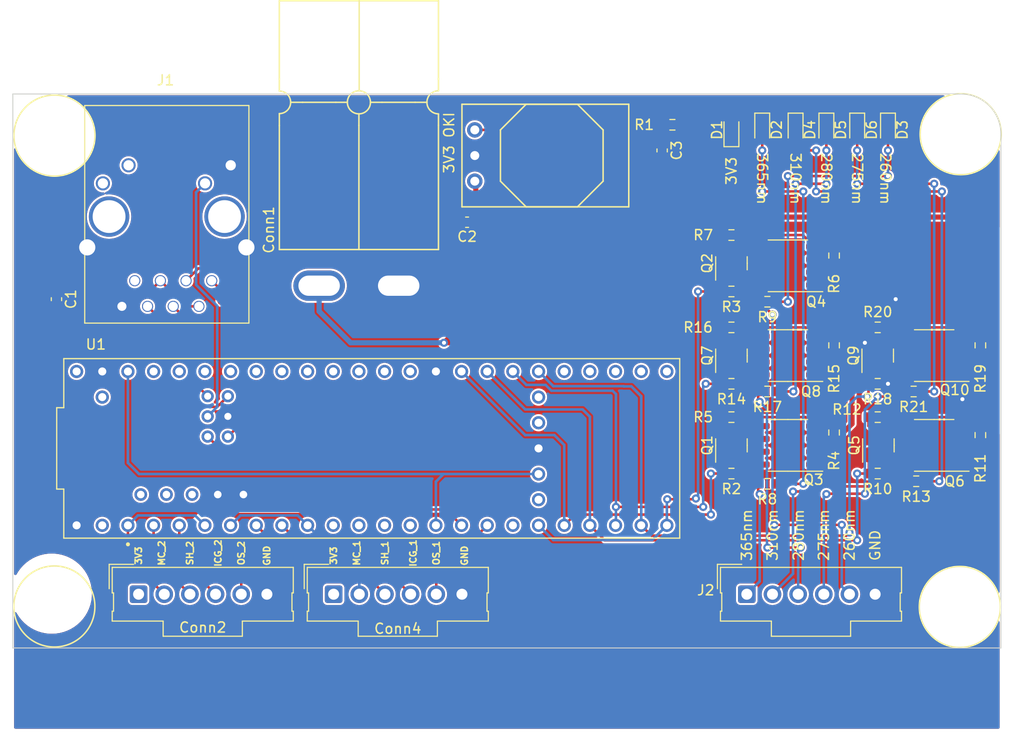
<source format=kicad_pcb>
(kicad_pcb (version 20211014) (generator pcbnew)
  (layers (0 "F.Cu" signal) (31 "B.Cu" signal) (34 "B.Paste" user) (35 "F.Paste" user) (36 "B.SilkS" user "B.Silkscreen") (37 "F.SilkS" user "F.Silkscreen") (38 "B.Mask" user) (39 "F.Mask" user) (44 "Edge.Cuts" user))
  (net 0 "")
  (net 1 "Net-(C1-Pad1)")
  (net 2 "GND")
  (net 3 "+12V")
  (net 4 "+3.3V")
  (net 5 "+3V3")
  (net 6 "CCD_MC")
  (net 7 "CCD_SH")
  (net 8 "CCD_ICG")
  (net 9 "CCD_OS")
  (net 10 "365_CTRL")
  (net 11 "310_CTRL")
  (net 12 "280_CTRL")
  (net 13 "275_CTRL")
  (net 14 "260_CTRL")
  (net 15 "CCD_MC_1")
  (net 16 " CCD_SH_1")
  (net 17 "CCD_ICG_1")
  (net 18 "CCD_OS_1")
  (net 19 "Net-(D1-Pad2)")
  (net 24 "Net-(U1-Pad3.3V_1)")
  (net 42 "Net-(D2-Pad2)")
  (net 43 "Net-(D3-Pad2)")
  (net 44 "Net-(D4-Pad2)")
  (net 45 "Net-(D5-Pad2)")
  (net 46 "Net-(D6-Pad2)")
  (net 56 "+5V")
  (net 58 "T+")
  (net 59 "T-")
  (net 60 "R+")
  (net 61 "R-")
  (net 62 "ETH_LED")
  (net 63 "365nm")
  (net 64 "310nm")
  (net 65 "280nm")
  (net 66 "275nm")
  (net 67 "260nm")
  (net 68 "Net-(Q1-Pad3)")
  (net 69 "Net-(Q2-Pad3)")
  (net 70 "Net-(Q3-Pad4)")
  (net 71 "Net-(Q4-Pad4)")
  (net 72 "Net-(Q5-Pad3)")
  (net 73 "Net-(Q6-Pad4)")
  (net 74 "Net-(Q7-Pad3)")
  (net 75 "Net-(Q8-Pad4)")
  (net 76 "Net-(Q9-Pad3)")
  (net 77 "Net-(Q10-Pad4)")
  (footprint "Resistor_SMD:R_0603_1608Metric_Pad0.98x0.95mm_HandSolder" (layer "F.Cu") (at 179.07 79.756 180)
    (fp_text reference "R5")
    (fp_text value "10k")
  )
  (footprint "Package_TO_SOT_SMD:SOT-23" (layer "F.Cu") (at 179.07 73.66 90)
    (fp_text reference "Q7")
    (fp_text value "BSS138")
  )
  (footprint "LED_SMD:LED_0603_1608Metric_Pad1.05x0.95mm_HandSolder" (layer "F.Cu") (at 185.42 51.308 -90)
    (fp_text reference "D4")
    (fp_text value "Green")
  )
  (footprint "Package_SO:SOP-8_3.9x4.9mm_P1.27mm" (layer "F.Cu") (at 199.136 82.55 180)
    (fp_text reference "Q6")
    (fp_text value "IRF7606PBF")
  )
  (footprint "Package_TO_SOT_SMD:SOT-23" (layer "F.Cu") (at 179.07 82.55 90)
    (fp_text reference "Q1")
    (fp_text value "BSS138")
  )
  (footprint "Resistor_SMD:R_0603_1608Metric_Pad0.98x0.95mm_HandSolder" (layer "F.Cu") (at 197.104 77.216)
    (fp_text reference "R21")
    (fp_text value "1k")
  )
  (footprint "MRDT_Drill_Holes:4_40_Hole_Corner" (layer "F.Cu") (at 197.66788 94.54388 -90)
    (fp_text reference "H2" hide)
    (fp_text value "MountingHole" hide)
  )
  (footprint "Resistor_SMD:R_0603_1608Metric_Pad0.98x0.95mm_HandSolder" (layer "F.Cu") (at 189.23 72.644 90)
    (fp_text reference "R15")
    (fp_text value "10k")
  )
  (footprint "LED_SMD:LED_0603_1608Metric_Pad1.05x0.95mm_HandSolder" (layer "F.Cu") (at 194.564 51.308 -90)
    (fp_text reference "D3")
    (fp_text value "Green")
  )
  (footprint "LED_SMD:LED_0603_1608Metric_Pad1.05x0.95mm_HandSolder" (layer "F.Cu") (at 188.468 51.308 -90)
    (fp_text reference "D5")
    (fp_text value "Green")
  )
  (footprint "Package_TO_SOT_SMD:SOT-23" (layer "F.Cu") (at 193.548 73.66 90)
    (fp_text reference "Q9")
    (fp_text value "BSS138")
  )
  (footprint "Package_SO:SOP-8_3.9x4.9mm_P1.27mm" (layer "F.Cu") (at 184.658 73.66 180)
    (fp_text reference "Q8")
    (fp_text value "IRF7606PBF")
  )
  (footprint "Resistor_SMD:R_0603_1608Metric_Pad0.98x0.95mm_HandSolder" (layer "F.Cu") (at 179.07 85.344)
    (fp_text reference "R2")
    (fp_text value "4.7k")
  )
  (footprint "Resistor_SMD:R_0603_1608Metric_Pad0.98x0.95mm_HandSolder" (layer "F.Cu") (at 179.07 76.454)
    (fp_text reference "R14")
    (fp_text value "4.7k")
  )
  (footprint "Resistor_SMD:R_0603_1608Metric_Pad0.98x0.95mm_HandSolder" (layer "F.Cu") (at 197.358 86.106)
    (fp_text reference "R13")
    (fp_text value "1k")
  )
  (footprint "Resistor_SMD:R_0603_1608Metric_Pad0.98x0.95mm_HandSolder" (layer "F.Cu") (at 193.548 79.756 180)
    (fp_text reference "R12")
    (fp_text value "10k")
  )
  (footprint "MRDT_Devices:OKI_Horizontal" (layer "F.Cu") (at 153.67 56.388 90)
    (fp_text reference "U2" hide)
    (fp_text value "3V3 OKI")
  )
  (footprint "MRDT_Connectors:Square_Anderson_2_H_Side_By_Side" (layer "F.Cu") (at 146.689 67.1118 -90)
    (fp_text reference "Conn1")
    (fp_text value "AndersonPP")
  )
  (footprint "Resistor_SMD:R_0603_1608Metric_Pad0.98x0.95mm_HandSolder" (layer "F.Cu") (at 193.548 85.344)
    (fp_text reference "R10")
    (fp_text value "4.7k")
  )
  (footprint "MRDT_Drill_Holes:4_40_Hole_Corner" (layer "F.Cu") (at 197.7503 55.7417)
    (fp_text reference "H1" hide)
    (fp_text value "MountingHole" hide)
  )
  (footprint "Resistor_SMD:R_0603_1608Metric_Pad0.98x0.95mm_HandSolder" (layer "F.Cu") (at 203.708 72.644 90)
    (fp_text reference "R19")
    (fp_text value "10k")
  )
  (footprint "MRDT_Shields:Teensy_4_1" (layer "F.Cu") (at 143.472 82.851)
    (fp_text reference "U1")
    (fp_text value "Teensy4.1_DEV-16771")
  )
  (footprint "Connector_Molex:Molex_SL_171971-0006_1x06_P2.54mm_Vertical" (layer "F.Cu") (at 120.396 97.294)
    (fp_text reference "Conn2")
    (fp_text value "Molex_SL_06")
  )
  (footprint "LED_SMD:LED_0603_1608Metric_Pad1.05x0.95mm_HandSolder" (layer "F.Cu") (at 179.07 51.308 90)
    (fp_text reference "D1")
    (fp_text value "LED")
  )
  (footprint "MRDT_Connectors:RJ45_Teensy" (layer "F.Cu") (at 123.065 46.8925 180)
    (fp_text reference "J1")
    (fp_text value "RJ45_LED_Shielded")
  )
  (footprint "LED_SMD:LED_0603_1608Metric_Pad1.05x0.95mm_HandSolder" (layer "F.Cu") (at 182.118 51.308 -90)
    (fp_text reference "D2")
    (fp_text value "Green")
  )
  (footprint "Resistor_SMD:R_0603_1608Metric_Pad0.98x0.95mm_HandSolder" (layer "F.Cu") (at 182.626 68.326)
    (fp_text reference "R9")
    (fp_text value "1k")
  )
  (footprint "Resistor_SMD:R_0603_1608Metric_Pad0.98x0.95mm_HandSolder" (layer "F.Cu") (at 179.07 61.722 180)
    (fp_text reference "R7")
    (fp_text value "10k")
  )
  (footprint "Package_SO:SOP-8_3.9x4.9mm_P1.27mm" (layer "F.Cu") (at 199.136 73.66 180)
    (fp_text reference "Q10")
    (fp_text value "IRF7606PBF")
  )
  (footprint "Resistor_SMD:R_0603_1608Metric_Pad0.98x0.95mm_HandSolder" (layer "F.Cu") (at 189.23 81.28 90)
    (fp_text reference "R4")
    (fp_text value "10k")
  )
  (footprint "Package_SO:SOP-8_3.9x4.9mm_P1.27mm" (layer "F.Cu") (at 184.658 64.77 180)
    (fp_text reference "Q4")
    (fp_text value "IRF7606PBF")
  )
  (footprint "Package_TO_SOT_SMD:SOT-23" (layer "F.Cu") (at 179.07 64.516 90)
    (fp_text reference "Q2")
    (fp_text value "BSS138")
  )
  (footprint "MRDT_Drill_Holes:4_40_Hole_Corner" (layer "F.Cu") (at 116.078 55.88 90)
    (fp_text reference "H4" hide)
    (fp_text value "MountingHole" hide)
  )
  (footprint "Resistor_SMD:R_0603_1608Metric_Pad0.98x0.95mm_HandSolder" (layer "F.Cu") (at 179.07 67.31)
    (fp_text reference "R3")
    (fp_text value "4.7k")
  )
  (footprint "Connector_Molex:Molex_SL_171971-0006_1x06_P2.54mm_Vertical" (layer "F.Cu") (at 180.594 97.294)
    (fp_text reference "J2")
    (fp_text value "Conn_01x06_Female")
  )
  (footprint "Package_SO:SOP-8_3.9x4.9mm_P1.27mm" (layer "F.Cu") (at 184.658 82.55 180)
    (fp_text reference "Q3")
    (fp_text value "IRF7606PBF")
  )
  (footprint "Resistor_SMD:R_0603_1608Metric_Pad0.98x0.95mm_HandSolder" (layer "F.Cu") (at 193.548 76.454)
    (fp_text reference "R18")
    (fp_text value "4.7k")
  )
  (footprint "Resistor_SMD:R_0603_1608Metric_Pad0.98x0.95mm_HandSolder" (layer "F.Cu") (at 179.07 70.866 180)
    (fp_text reference "R16")
    (fp_text value "10k")
  )
  (footprint "Resistor_SMD:R_0603_1608Metric_Pad0.98x0.95mm_HandSolder" (layer "F.Cu") (at 182.626 86.36)
    (fp_text reference "R8")
    (fp_text value "1k")
  )
  (footprint "Resistor_SMD:R_0603_1608Metric_Pad0.98x0.95mm_HandSolder" (layer "F.Cu") (at 193.548 70.866 180)
    (fp_text reference "R20")
    (fp_text value "10k")
  )
  (footprint "MRDT_Drill_Holes:4_40_Hole_Corner" (layer "F.Cu") (at 116.0667 94.4993 180)
    (fp_text reference "H3" hide)
    (fp_text value "MountingHole" hide)
  )
  (footprint "Capacitor_SMD:C_0603_1608Metric_Pad1.08x0.95mm_HandSolder" (layer "F.Cu") (at 152.908 60.452 180)
    (fp_text reference "C2")
    (fp_text value "10uF")
  )
  (footprint "Resistor_SMD:R_0603_1608Metric_Pad0.98x0.95mm_HandSolder" (layer "F.Cu") (at 182.626 77.216)
    (fp_text reference "R17")
    (fp_text value "1k")
  )
  (footprint "Capacitor_SMD:C_0603_1608Metric_Pad1.08x0.95mm_HandSolder" (layer "F.Cu") (at 112.268 68.072 -90)
    (fp_text reference "C1")
    (fp_text value "0.1uF")
  )
  (footprint "Connector_Molex:Molex_SL_171971-0006_1x06_P2.54mm_Vertical" (layer "F.Cu") (at 139.7 97.294)
    (fp_text reference "Conn4")
    (fp_text value "Molex_SL_06")
  )
  (footprint "Capacitor_SMD:C_0603_1608Metric_Pad1.08x0.95mm_HandSolder" (layer "F.Cu") (at 172.212 53.34 -90)
    (fp_text reference "C3")
    (fp_text value "10uF")
  )
  (footprint "Package_TO_SOT_SMD:SOT-23" (layer "F.Cu") (at 193.614 82.55 90)
    (fp_text reference "Q5")
    (fp_text value "BSS138")
  )
  (footprint "Resistor_SMD:R_0603_1608Metric_Pad0.98x0.95mm_HandSolder" (layer "F.Cu") (at 203.708 81.534 90)
    (fp_text reference "R11")
    (fp_text value "10k")
  )
  (footprint "Resistor_SMD:R_0603_1608Metric_Pad0.98x0.95mm_HandSolder" (layer "F.Cu") (at 189.23 63.754 90)
    (fp_text reference "R6")
    (fp_text value "10k")
  )
  (footprint "LED_SMD:LED_0603_1608Metric_Pad1.05x0.95mm_HandSolder" (layer "F.Cu") (at 191.516 51.308 -90)
    (fp_text reference "D6")
    (fp_text value "Green")
  )
  (footprint "Resistor_SMD:R_0603_1608Metric_Pad0.98x0.95mm_HandSolder" (layer "F.Cu") (at 173.228 50.8 180)
    (fp_text reference "R1")
    (fp_text value "100")
  )
  (gr_line (start 201.676 47.752) (end 107.95 47.752) (layer "Edge.Cuts") (width 0.1))
  (gr_arc (start 201.676 47.752001) (mid 204.588327 48.903673) (end 205.739999 51.816) (layer "Edge.Cuts") (width 0.1))
  (gr_line (start 107.95 102.616) (end 205.74 102.616) (layer "Edge.Cuts") (width 0.1))
  (gr_line (start 205.74 102.616) (end 205.74 51.816) (layer "Edge.Cuts") (width 0.1))
  (gr_line (start 107.95 47.752) (end 107.95 102.616) (layer "Edge.Cuts") (width 0.1))
  (gr_text "280nm" (at 185.7248 91.44 90) (layer "F.SilkS") (effects (font (size 1 1))))
  (gr_text "3V3" (at 120.396 93.472 90) (layer "F.SilkS") (effects (font (size 0.635 0.635))))
  (gr_text "ICG_1" (at 147.574 93.218 90) (layer "F.SilkS") (effects (font (size 0.635 0.635))))
  (gr_text "SH_1" (at 144.78 93.218 90) (layer "F.SilkS") (effects (font (size 0.635 0.635))))
  (gr_text "365nm" (at 180.594 91.44 90) (layer "F.SilkS") (effects (font (size 1 1))))
  (gr_text "275nm" (at 188.214 91.44 90) (layer "F.SilkS") (effects (font (size 1 1))))
  (gr_text "OS_2" (at 130.556 93.218 90) (layer "F.SilkS") (effects (font (size 0.635 0.635))))
  (gr_text "MC_1" (at 141.986 93.218 90) (layer "F.SilkS") (effects (font (size 0.635 0.635))))
  (gr_text "GND" (at 152.654 93.472 90) (layer "F.SilkS") (effects (font (size 0.635 0.635))))
  (gr_text "3V3" (at 139.7 93.472 90) (layer "F.SilkS") (effects (font (size 0.635 0.635))))
  (gr_text "GND" (at 133.096 93.472 90) (layer "F.SilkS") (effects (font (size 0.635 0.635))))
  (gr_text "310nm" (at 183.134 91.44 90) (layer "F.SilkS") (effects (font (size 1 1))))
  (gr_text "OS_1" (at 149.86 93.218 90) (layer "F.SilkS") (effects (font (size 0.635 0.635))))
  (gr_text "260nm" (at 190.754 91.44 90) (layer "F.SilkS") (effects (font (size 1 1))))
  (gr_text "SH_2" (at 125.476 93.218 90) (layer "F.SilkS") (effects (font (size 0.635 0.635))))
  (gr_text "GND" (at 193.294 92.456 90) (layer "F.SilkS") (effects (font (size 1 1))))
  (gr_text "MC_2" (at 122.682 93.218 90) (layer "F.SilkS") (effects (font (size 0.635 0.635))))
  (gr_text "ICG_2" (at 128.27 93.218 90) (layer "F.SilkS") (effects (font (size 0.635 0.635))))
  (segment (start 125.095 68.7825) (end 126.365 68.7825) (width 0.254) (layer "F.Cu") (net 1))
  (segment (start 121.588 67.2095) (end 122.555 66.2425) (width 0.254) (layer "F.Cu") (net 1))
  (segment (start 122.555 66.2425) (end 125.095 68.7825) (width 0.254) (layer "F.Cu") (net 1))
  (segment (start 112.268 67.2095) (end 121.588 67.2095) (width 0.254) (layer "F.Cu") (net 1))
  (via (at 195.326 68.072) (size 0.8) (drill 0.4) (layers "F.Cu" "B.Cu") (net 2))
  (via (at 194.564 76.454) (size 0.8) (drill 0.4) (layers "F.Cu" "B.Cu") (net 2))
  (via (at 201.93 77.978) (size 0.8) (drill 0.4) (layers "F.Cu" "B.Cu") (net 2))
  (via (at 192.278 72.39) (size 0.8) (drill 0.4) (layers "F.Cu" "B.Cu") (net 2))
  (segment (start 187.283 73.025) (end 187.283 74.295) (width 0.508) (layer "F.Cu") (net 3))
  (segment (start 204.978 61.214) (end 204.978 72.2865) (width 0.508) (layer "F.Cu") (net 3))
  (segment (start 150.622 72.39) (end 153.7705 69.2415) (width 0.508) (layer "F.Cu") (net 3))
  (segment (start 202.2925 82.4465) (end 201.761 81.915) (width 0.508) (layer "F.Cu") (net 3))
  (segment (start 191.008 62.8885) (end 191.008 71.7785) (width 0.508) (layer "F.Cu") (net 3))
  (segment (start 203.708 73.5565) (end 202.2925 73.5565) (width 0.508) (layer "F.Cu") (net 3))
  (segment (start 203.708 59.944) (end 204.978 61.214) (width 0.508) (layer "F.Cu") (net 3))
  (segment (start 189.23 82.1925) (end 187.5605 82.1925) (width 0.508) (layer "F.Cu") (net 3))
  (segment (start 191.008 71.7785) (end 191.008 80.4145) (width 0.508) (layer "F.Cu") (net 3))
  (segment (start 189.23 73.5565) (end 187.8145 73.5565) (width 0.508) (layer "F.Cu") (net 3))
  (segment (start 187.283 74.295) (end 187.283 75.565) (width 0.508) (layer "F.Cu") (net 3))
  (segment (start 201.761 74.295) (end 201.761 75.565) (width 0.508) (layer "F.Cu") (net 3))
  (segment (start 187.283 81.915) (end 187.283 83.185) (width 0.508) (layer "F.Cu") (net 3))
  (segment (start 153.7705 60.452) (end 153.7705 56.4885) (width 0.508) (layer "F.Cu") (net 3))
  (segment (start 191.008 71.7785) (end 189.23 73.5565) (width 0.508) (layer "F.Cu") (net 3))
  (segment (start 189.23 64.6665) (end 187.8145 64.6665) (width 0.508) (layer "F.Cu") (net 3))
  (segment (start 189.738 59.944) (end 191.008 61.214) (width 0.508) (layer "F.Cu") (net 3))
  (segment (start 150.622 72.39) (end 164.846 72.39) (width 0.508) (layer "F.Cu") (net 3))
  (segment (start 187.283 65.405) (end 187.283 66.675) (width 0.508) (layer "F.Cu") (net 3))
  (segment (start 191.008 62.8885) (end 189.23 64.6665) (width 0.508) (layer "F.Cu") (net 3))
  (segment (start 187.5605 82.1925) (end 187.283 81.915) (width 0.508) (layer "F.Cu") (net 3))
  (segment (start 201.761 83.185) (end 201.761 84.455) (width 0.508) (layer "F.Cu") (net 3))
  (segment (start 191.008 61.214) (end 191.008 62.8885) (width 0.508) (layer "F.Cu") (net 3))
  (segment (start 177.292 59.944) (end 189.738 59.944) (width 0.508) (layer "F.Cu") (net 3))
  (segment (start 204.978 81.1765) (end 203.708 82.4465) (width 0.508) (layer "F.Cu") (net 3))
  (segment (start 187.8145 64.6665) (end 187.283 64.135) (width 0.508) (layer "F.Cu") (net 3))
  (segment (start 204.978 72.2865) (end 203.708 73.5565) (width 0.508) (layer "F.Cu") (net 3))
  (segment (start 153.7705 56.4885) (end 153.67 56.388) (width 0.508) (layer "F.Cu") (net 3))
  (segment (start 191.008 80.4145) (end 189.23 82.1925) (width 0.508) (layer "F.Cu") (net 3))
  (segment (start 189.738 59.944) (end 203.708 59.944) (width 0.508) (layer "F.Cu") (net 3))
  (segment (start 176.276 60.96) (end 177.292 59.944) (width 0.508) (layer "F.Cu") (net 3))
  (segment (start 202.2925 73.5565) (end 201.761 73.025) (width 0.508) (layer "F.Cu") (net 3))
  (segment (start 187.8145 73.5565) (end 187.283 73.025) (width 0.508) (layer "F.Cu") (net 3))
  (segment (start 201.761 81.915) (end 201.761 83.185) (width 0.508) (layer "F.Cu") (net 3))
  (segment (start 153.7705 69.2415) (end 153.7705 60.452) (width 0.508) (layer "F.Cu") (net 3))
  (segment (start 201.761 73.025) (end 201.761 74.295) (width 0.508) (layer "F.Cu") (net 3))
  (segment (start 164.846 72.39) (end 176.276 60.96) (width 0.508) (layer "F.Cu") (net 3))
  (segment (start 187.283 64.135) (end 187.283 65.405) (width 0.508) (layer "F.Cu") (net 3))
  (segment (start 187.283 83.185) (end 187.283 84.455) (width 0.508) (layer "F.Cu") (net 3))
  (segment (start 203.708 82.4465) (end 202.2925 82.4465) (width 0.508) (layer "F.Cu") (net 3))
  (segment (start 204.978 72.2865) (end 204.978 81.1765) (width 0.508) (layer "F.Cu") (net 3))
  (via (at 150.622 72.39) (size 0.8) (drill 0.4) (layers "F.Cu" "B.Cu") (net 3))
  (segment (start 138.265 69.2772) (end 138.265 66.7372) (width 0.508) (layer "B.Cu") (net 3))
  (segment (start 141.3778 72.39) (end 148.59 72.39) (width 0.508) (layer "B.Cu") (net 3))
  (segment (start 148.59 72.39) (end 150.622 72.39) (width 0.508) (layer "B.Cu") (net 3))
  (segment (start 138.265 69.2772) (end 141.3778 72.39) (width 0.508) (layer "B.Cu") (net 3))
  (segment (start 171.8075 51.308) (end 172.3155 50.8) (width 0.254) (layer "F.Cu") (net 4))
  (segment (start 153.67 51.308) (end 171.8075 51.308) (width 0.254) (layer "F.Cu") (net 4))
  (segment (start 172.212 50.9035) (end 172.3155 50.8) (width 0.254) (layer "F.Cu") (net 4))
  (segment (start 172.212 52.4775) (end 172.212 50.9035) (width 0.254) (layer "F.Cu") (net 4))
  (segment (start 119.342 90.471) (end 119.342 93.7) (width 0.254) (layer "F.Cu") (net 6))
  (segment (start 119.342 93.7) (end 122.936 97.294) (width 0.254) (layer "F.Cu") (net 6))
  (segment (start 120.323 89.49) (end 125.981 89.49) (width 0.254) (layer "B.Cu") (net 6))
  (segment (start 125.981 89.49) (end 126.962 90.471) (width 0.254) (layer "B.Cu") (net 6))
  (segment (start 119.342 90.471) (end 120.323 89.49) (width 0.254) (layer "B.Cu") (net 6))
  (segment (start 121.882 93.688) (end 122.428 94.234) (width 0.254) (layer "F.Cu") (net 7))
  (segment (start 121.882 90.471) (end 121.882 93.688) (width 0.254) (layer "F.Cu") (net 7))
  (segment (start 122.428 94.246) (end 125.476 97.294) (width 0.254) (layer "F.Cu") (net 7))
  (segment (start 122.428 94.234) (end 122.428 94.246) (width 0.254) (layer "F.Cu") (net 7))
  (segment (start 124.422 90.471) (end 124.422 93.7) (width 0.254) (layer "F.Cu") (net 8))
  (segment (start 124.422 93.7) (end 128.016 97.294) (width 0.254) (layer "F.Cu") (net 8))
  (segment (start 130.556 96.012) (end 130.556 97.294) (width 0.254) (layer "F.Cu") (net 9))
  (segment (start 150.791 88.9) (end 129.794 88.9) (width 0.254) (layer "F.Cu") (net 9))
  (segment (start 128.27 90.315656) (end 128.27 93.726) (width 0.254) (layer "F.Cu") (net 9))
  (segment (start 129.685656 88.9) (end 128.27 90.315656) (width 0.254) (layer "F.Cu") (net 9))
  (segment (start 152.362 90.471) (end 150.791 88.9) (width 0.254) (layer "F.Cu") (net 9))
  (segment (start 128.27 93.726) (end 130.556 96.012) (width 0.254) (layer "F.Cu") (net 9))
  (segment (start 129.794 88.9) (end 129.685656 88.9) (width 0.254) (layer "F.Cu") (net 9))
  (segment (start 178.12 83.4875) (end 178.12 85.3065) (width 0.254) (layer "F.Cu") (net 10))
  (segment (start 177.038 89.408) (end 163.585 89.408) (width 0.254) (layer "F.Cu") (net 10))
  (segment (start 163.585 89.408) (end 162.522 90.471) (width 0.254) (layer "F.Cu") (net 10))
  (segment (start 178.12 85.3065) (end 178.1575 85.344) (width 0.254) (layer "F.Cu") (net 10))
  (segment (start 178.1575 85.344) (end 177.038 85.344) (width 0.254) (layer "F.Cu") (net 10))
  (via (at 177.038 85.344) (size 0.8) (drill 0.4) (layers "F.Cu" "B.Cu") (net 10))
  (via (at 177.038 89.408) (size 0.8) (drill 0.4) (layers "F.Cu" "B.Cu") (net 10))
  (segment (start 177.038 85.344) (end 177.038 89.408) (width 0.254) (layer "B.Cu") (net 10))
  (segment (start 162.522 82.512) (end 161.544 81.534) (width 0.254) (layer "B.Cu") (net 10))
  (segment (start 158.665 81.534) (end 152.362 75.231) (width 0.254) (layer "B.Cu") (net 10))
  (segment (start 162.522 90.471) (end 162.522 82.512) (width 0.254) (layer "B.Cu") (net 10))
  (segment (start 161.544 81.534) (end 158.665 81.534) (width 0.254) (layer "B.Cu") (net 10))
  (segment (start 166.539 91.948) (end 165.062 90.471) (width 0.254) (layer "F.Cu") (net 11))
  (segment (start 192.664 83.4875) (end 192.664 85.3155) (width 0.254) (layer "F.Cu") (net 11))
  (segment (start 191.516 91.948) (end 166.539 91.948) (width 0.254) (layer "F.Cu") (net 11))
  (segment (start 192.6355 85.344) (end 191.516 85.344) (width 0.254) (layer "F.Cu") (net 11))
  (segment (start 192.664 85.3155) (end 192.6355 85.344) (width 0.254) (layer "F.Cu") (net 11))
  (via (at 191.516 91.948) (size 0.8) (drill 0.4) (layers "F.Cu" "B.Cu") (net 11))
  (via (at 191.516 85.344) (size 0.8) (drill 0.4) (layers "F.Cu" "B.Cu") (net 11))
  (segment (start 165.062 90.471) (end 165.062 79.718) (width 0.254) (layer "B.Cu") (net 11))
  (segment (start 165.062 79.718) (end 164.338 78.994) (width 0.254) (layer "B.Cu") (net 11))
  (segment (start 158.665 78.994) (end 154.902 75.231) (width 0.254) (layer "B.Cu") (net 11))
  (segment (start 191.516 85.344) (end 191.516 91.948) (width 0.254) (layer "B.Cu") (net 11))
  (segment (start 164.338 78.994) (end 158.665 78.994) (width 0.254) (layer "B.Cu") (net 11))
  (segment (start 178.12 76.4165) (end 178.1575 76.454) (width 0.25) (layer "F.Cu") (net 12))
  (segment (start 176.276 88.646) (end 167.64 88.646) (width 0.25) (layer "F.Cu") (net 12))
  (segment (start 178.1575 76.454) (end 176.53 76.454) (width 0.25) (layer "F.Cu") (net 12))
  (segment (start 178.12 74.5975) (end 178.12 76.4165) (width 0.25) (layer "F.Cu") (net 12))
  (via (at 167.64 88.646) (size 0.8) (drill 0.4) (layers "F.Cu" "B.Cu") (net 12))
  (via (at 176.276 88.646) (size 0.8) (drill 0.4) (layers "F.Cu" "B.Cu") (net 12))
  (via (at 176.53 76.454) (size 0.8) (drill 0.4) (layers "F.Cu" "B.Cu") (net 12))
  (segment (start 158.773112 76.562112) (end 157.442 75.231) (width 0.25) (layer "B.Cu") (net 12))
  (segment (start 160.673888 76.562112) (end 158.773112 76.562112) (width 0.25) (layer "B.Cu") (net 12))
  (segment (start 167.64 88.646) (end 167.64 90.433) (width 0.25) (layer "B.Cu") (net 12))
  (segment (start 176.276 76.708) (end 176.276 88.646) (width 0.25) (layer "B.Cu") (net 12))
  (segment (start 167.64 77.47) (end 167.310257 77.140257) (width 0.25) (layer "B.Cu") (net 12))
  (segment (start 176.53 76.454) (end 176.276 76.708) (width 0.25) (layer "B.Cu") (net 12))
  (segment (start 167.310257 77.140257) (end 161.252033 77.140257) (width 0.25) (layer "B.Cu") (net 12))
  (segment (start 167.64 90.433) (end 167.602 90.471) (width 0.25) (layer "B.Cu") (net 12))
  (segment (start 167.64 88.646) (end 167.64 77.47) (width 0.25) (layer "B.Cu") (net 12))
  (segment (start 161.252033 77.140257) (end 160.673888 76.562112) (width 0.25) (layer "B.Cu") (net 12))
  (segment (start 192.6355 77.6205) (end 192.532 77.724) (width 0.254) (layer "F.Cu") (net 13))
  (segment (start 190.446 91.494) (end 171.165 91.494) (width 0.254) (layer "F.Cu") (net 13))
  (segment (start 192.598 74.5975) (end 192.598 76.4165) (width 0.254) (layer "F.Cu") (net 13))
  (segment (start 192.6355 76.454) (end 192.6355 77.6205) (width 0.254) (layer "F.Cu") (net 13))
  (segment (start 192.598 76.4165) (end 192.6355 76.454) (width 0.254) (layer "F.Cu") (net 13))
  (segment (start 190.754 91.186) (end 190.446 91.494) (width 0.254) (layer "F.Cu") (net 13))
  (segment (start 171.165 91.494) (end 170.142 90.471) (width 0.254) (layer "F.Cu") (net 13))
  (via (at 190.754 91.186) (size 0.8) (drill 0.4) (layers "F.Cu" "B.Cu") (net 13))
  (via (at 192.532 77.724) (size 0.8) (drill 0.4) (layers "F.Cu" "B.Cu") (net 13))
  (segment (start 170.142 77.686) (end 169.164 76.708) (width 0.254) (layer "B.Cu") (net 13))
  (segment (start 168.399001 76.688257) (end 161.439257 76.688257) (width 0.254) (layer "B.Cu") (net 13))
  (segment (start 190.754 79.248) (end 190.754 91.186) (width 0.254) (layer "B.Cu") (net 13))
  (segment (start 161.439257 76.688257) (end 159.982 75.231) (width 0.254) (layer "B.Cu") (net 13))
  (segment (start 190.754 78.486) (end 190.754 79.248) (width 0.254) (layer "B.Cu") (net 13))
  (segment (start 169.164 76.708) (end 168.418744 76.708) (width 0.254) (layer "B.Cu") (net 13))
  (segment (start 191.516 77.724) (end 191.008 78.232) (width 0.254) (layer "B.Cu") (net 13))
  (segment (start 168.418744 76.708) (end 168.399001 76.688257) (width 0.254) (layer "B.Cu") (net 13))
  (segment (start 170.142 90.471) (end 170.142 77.686) (width 0.254) (layer "B.Cu") (net 13))
  (segment (start 191.008 78.232) (end 190.754 78.486) (width 0.254) (layer "B.Cu") (net 13))
  (segment (start 192.532 77.724) (end 191.516 77.724) (width 0.254) (layer "B.Cu") (net 13))
  (segment (start 178.12 65.4535) (end 178.12 67.2725) (width 0.25) (layer "F.Cu") (net 14))
  (segment (start 175.481864 87.884) (end 172.72 87.884) (width 0.25) (layer "F.Cu") (net 14))
  (segment (start 175.5515 87.814364) (end 175.481864 87.884) (width 0.25) (layer "F.Cu") (net 14))
  (segment (start 178.1575 67.31) (end 175.768 67.31) (width 0.25) (layer "F.Cu") (net 14))
  (segment (start 178.12 67.2725) (end 178.1575 67.31) (width 0.25) (layer "F.Cu") (net 14))
  (via (at 175.768 67.31) (size 0.8) (drill 0.4) (layers "F.Cu" "B.Cu") (net 14))
  (via (at 175.5515 87.814364) (size 0.8) (drill 0.4) (layers "F.Cu" "B.Cu") (net 14))
  (via (at 172.72 87.884) (size 0.8) (drill 0.4) (layers "F.Cu" "B.Cu") (net 14))
  (segment (start 172.682 87.922) (end 172.682 90.471) (width 0.25) (layer "B.Cu") (net 14))
  (segment (start 172.72 87.884) (end 172.682 87.922) (width 0.25) (layer "B.Cu") (net 14))
  (segment (start 159.982 90.471) (end 161.439257 91.928257) (width 0.254) (layer "B.Cu") (net 14))
  (segment (start 175.768 67.31) (end 175.768 87.597864) (width 0.25) (layer "B.Cu") (net 14))
  (segment (start 171.224743 91.928257) (end 172.682 90.471) (width 0.254) (layer "B.Cu") (net 14))
  (segment (start 175.768 87.597864) (end 175.5515 87.814364) (width 0.25) (layer "B.Cu") (net 14))
  (segment (start 161.439257 91.928257) (end 171.224743 91.928257) (width 0.254) (layer "B.Cu") (net 14))
  (segment (start 136.141 89.49) (end 137.122 90.471) (width 0.254) (layer "B.Cu") (net 15))
  (segment (start 130.483 89.49) (end 136.141 89.49) (width 0.254) (layer "B.Cu") (net 15))
  (segment (start 129.502 90.471) (end 130.483 89.49) (width 0.254) (layer "B.Cu") (net 15))
  (segment (start 142.24 95.589) (end 142.24 97.294) (width 0.254) (layer "B.Cu") (net 15))
  (segment (start 137.122 90.471) (end 142.24 95.589) (width 0.254) (layer "B.Cu") (net 15))
  (segment (start 132.042 90.471) (end 135.17 93.599) (width 0.254) (layer "F.Cu") (net 16))
  (segment (start 135.17 93.599) (end 141.085 93.599) (width 0.254) (layer "F.Cu") (net 16))
  (segment (start 141.085 93.599) (end 144.78 97.294) (width 0.254) (layer "F.Cu") (net 16))
  (segment (start 137.256 93.145) (end 143.171 93.145) (width 0.254) (layer "F.Cu") (net 17))
  (segment (start 134.582 90.471) (end 137.256 93.145) (width 0.254) (layer "F.Cu") (net 17))
  (segment (start 143.171 93.145) (end 147.32 97.294) (width 0.254) (layer "F.Cu") (net 17))
  (segment (start 149.86 94.996) (end 149.86 97.294) (width 0.254) (layer "F.Cu") (net 18))
  (segment (start 154.902 90.471) (end 152.155 93.218) (width 0.254) (layer "F.Cu") (net 18))
  (segment (start 152.155 93.218) (end 151.638 93.218) (width 0.254) (layer "F.Cu") (net 18))
  (segment (start 151.638 93.218) (end 149.86 94.996) (width 0.254) (layer "F.Cu") (net 18))
  (segment (start 178.703 50.8) (end 179.07 50.433) (width 0.254) (layer "F.Cu") (net 19))
  (segment (start 174.1405 50.8) (end 178.703 50.8) (width 0.254) (layer "F.Cu") (net 19))
  (segment (start 119.342 84.29) (end 119.342 75.231) (width 0.254) (layer "B.Cu") (net 24))
  (segment (start 149.822 86.144) (end 149.822 90.471) (width 0.254) (layer "B.Cu") (net 24))
  (segment (start 150.575 85.391) (end 149.822 86.144) (width 0.254) (layer "B.Cu") (net 24))
  (segment (start 120.443 85.391) (end 119.342 84.29) (width 0.254) (layer "B.Cu") (net 24))
  (segment (start 150.575 85.391) (end 120.443 85.391) (width 0.254) (layer "B.Cu") (net 24))
  (segment (start 159.982 85.391) (end 150.575 85.391) (width 0.254) (layer "B.Cu") (net 24))
  (segment (start 186.182 57.404) (end 182.118 57.404) (width 0.254) (layer "F.Cu") (net 42))
  (segment (start 182.118 53.34) (end 182.118 52.183) (width 0.254) (layer "F.Cu") (net 42))
  (segment (start 183.5385 86.36) (end 186.182 86.36) (width 0.25) (layer "F.Cu") (net 42))
  (via (at 182.118 57.404) (size 0.8) (drill 0.4) (layers "F.Cu" "B.Cu") (net 42))
  (via (at 182.118 53.34) (size 0.8) (drill 0.4) (layers "F.Cu" "B.Cu") (net 42))
  (via (at 186.182 57.404) (size 0.8) (drill 0.4) (layers "F.Cu" "B.Cu") (net 42))
  (via (at 186.182 86.36) (size 0.8) (drill 0.4) (layers "F.Cu" "B.Cu") (net 42))
  (segment (start 186.182 86.36) (end 186.182 57.404) (width 0.254) (layer "B.Cu") (net 42))
  (segment (start 182.118 57.404) (end 182.118 53.34) (width 0.254) (layer "B.Cu") (net 42))
  (segment (start 183.5385 68.326) (end 184.658 68.326) (width 0.25) (layer "F.Cu") (net 43))
  (segment (start 194.564 53.34) (end 194.564 52.183) (width 0.254) (layer "F.Cu") (net 43))
  (segment (start 184.658 55.88) (end 194.564 55.88) (width 0.254) (layer "F.Cu") (net 43))
  (via (at 194.564 55.88) (size 0.8) (drill 0.4) (layers "F.Cu" "B.Cu") (net 43))
  (via (at 194.564 53.34) (size 0.8) (drill 0.4) (layers "F.Cu" "B.Cu") (net 43))
  (via (at 184.658 68.326) (size 0.8) (drill 0.4) (layers "F.Cu" "B.Cu") (net 43))
  (via (at 184.658 55.88) (size 0.8) (drill 0.4) (layers "F.Cu" "B.Cu") (net 43))
  (segment (start 194.564 55.88) (end 194.564 53.34) (width 0.254) (layer "B.Cu") (net 43))
  (segment (start 184.658 68.326) (end 184.658 58.674) (width 0.254) (layer "B.Cu") (net 43))
  (segment (start 184.658 58.674) (end 184.658 55.88) (width 0.254) (layer "B.Cu") (net 43))
  (segment (start 185.928 53.34) (end 185.42 52.832) (width 0.254) (layer "F.Cu") (net 44))
  (segment (start 198.2705 86.106) (end 199.644 86.106) (width 0.254) (layer "F.Cu") (net 44))
  (segment (start 185.42 52.832) (end 185.42 52.183) (width 0.254) (layer "F.Cu") (net 44))
  (segment (start 187.452 53.34) (end 185.928 53.34) (width 0.254) (layer "F.Cu") (net 44))
  (segment (start 199.898 57.404) (end 187.452 57.404) (width 0.254) (layer "F.Cu") (net 44))
  (via (at 199.898 57.404) (size 0.8) (drill 0.4) (layers "F.Cu" "B.Cu") (net 44))
  (via (at 187.452 57.404) (size 0.8) (drill 0.4) (layers "F.Cu" "B.Cu") (net 44))
  (via (at 187.452 53.34) (size 0.8) (drill 0.4) (layers "F.Cu" "B.Cu") (net 44))
  (via (at 199.644 86.106) (size 0.8) (drill 0.4) (layers "F.Cu" "B.Cu") (net 44))
  (segment (start 187.452 57.404) (end 187.452 53.34) (width 0.254) (layer "B.Cu") (net 44))
  (segment (start 199.644 86.106) (end 199.898 85.852) (width 0.254) (layer "B.Cu") (net 44))
  (segment (start 199.898 85.852) (end 199.898 57.912) (width 0.254) (layer "B.Cu") (net 44))
  (segment (start 199.898 57.912) (end 199.898 57.404) (width 0.254) (layer "B.Cu") (net 44))
  (segment (start 183.5385 77.216) (end 185.2035 77.216) (width 0.25) (layer "F.Cu") (net 45))
  (segment (start 185.42 56.642) (end 188.468 56.642) (width 0.254) (layer "F.Cu") (net 45))
  (segment (start 188.468 53.34) (end 188.468 52.183) (width 0.254) (layer "F.Cu") (net 45))
  (via (at 188.468 56.642) (size 0.8) (drill 0.4) (layers "F.Cu" "B.Cu") (net 45))
  (via (at 188.468 53.34) (size 0.8) (drill 0.4) (layers "F.Cu" "B.Cu") (net 45))
  (via (at 185.2035 77.216) (size 0.8) (drill 0.4) (layers "F.Cu" "B.Cu") (net 45))
  (via (at 185.42 56.642) (size 0.8) (drill 0.4) (layers "F.Cu" "B.Cu") (net 45))
  (segment (start 185.2035 77.216) (end 185.42 76.9995) (width 0.25) (layer "B.Cu") (net 45))
  (segment (start 188.468 56.642) (end 188.468 53.34) (width 0.254) (layer "B.Cu") (net 45))
  (segment (start 185.42 57.912) (end 185.42 56.642) (width 0.254) (layer "B.Cu") (net 45))
  (segment (start 185.42 76.9995) (end 185.42 57.912) (width 0.254) (layer "B.Cu") (net 45))
  (segment (start 199.136 56.642) (end 191.516 56.642) (width 0.254) (layer "F.Cu") (net 46))
  (segment (start 191.516 53.34) (end 191.516 52.183) (width 0.254) (layer "F.Cu") (net 46))
  (segment (start 198.0165 77.216) (end 199.136 77.216) (width 0.254) (layer "F.Cu") (net 46))
  (via (at 199.136 56.642) (size 0.8) (drill 0.4) (layers "F.Cu" "B.Cu") (net 46))
  (via (at 191.516 53.34) (size 0.8) (drill 0.4) (layers "F.Cu" "B.Cu") (net 46))
  (via (at 191.516 56.642) (size 0.8) (drill 0.4) (layers "F.Cu" "B.Cu") (net 46))
  (via (at 199.136 77.216) (size 0.8) (drill 0.4) (layers "F.Cu" "B.Cu") (net 46))
  (segment (start 191.516 56.642) (end 191.516 53.34) (width 0.254) (layer "B.Cu") (net 46))
  (segment (start 199.136 77.216) (end 199.136 58.674) (width 0.254) (layer "B.Cu") (net 46))
  (segment (start 199.136 58.674) (end 199.136 56.642) (width 0.254) (layer "B.Cu") (net 46))
  (segment (start 128.269921 66.877422) (end 127.973872 66.581372) (width 0.254) (layer "F.Cu") (net 58))
  (segment (start 130.206 70.818) (end 130.256 70.818) (width 0.254) (layer "F.Cu") (net 58))
  (segment (start 130.256 73.868) (end 129.856 73.868) (width 0.254) (layer "F.Cu") (net 58))
  (segment (start 129.578074 67.690599) (end 129.578074 67.6906) (width 0.254) (layer "F.Cu") (net 58))
  (segment (start 128.729541 66.842066) (end 128.729541 66.842067) (width 0.254) (layer "F.Cu") (net 58))
  (segment (start 129.578074 67.6906) (end 128.83561 68.433059) (width 0.254) (layer "F.Cu") (net 58))
  (segment (start 129.966984 68.998749) (end 129.684142 69.281592) (width 0.254) (layer "F.Cu") (net 58))
  (segment (start 129.232 81.681) (end 130.556 80.357) (width 0.254) (layer "F.Cu") (net 58))
  (segment (start 128.729541 66.842067) (end 128.694185 66.877422) (width 0.254) (layer "F.Cu") (net 58))
  (segment (start 128.411347 68.008795) (end 129.153806 67.266331) (width 0.254) (layer "F.Cu") (net 58))
  (segment (start 129.259877 68.857326) (end 130.002339 68.114864) (width 0.254) (layer "F.Cu") (net 58))
  (segment (start 127.973872 66.581372) (end 127.635 66.2425) (width 0.254) (layer "F.Cu") (net 58))
  (segment (start 130.556 80.357) (end 130.556 74.168) (width 0.254) (layer "F.Cu") (net 58))
  (segment (start 130.556 71.768) (end 130.556 71.718) (width 0.254) (layer "F.Cu") (net 58))
  (segment (start 130.256 72.668) (end 129.856 72.668) (width 0.254) (layer "F.Cu") (net 58))
  (segment (start 129.259877 68.857327) (end 129.259877 68.857326) (width 0.254) (layer "F.Cu") (net 58))
  (segment (start 129.856 73.268) (end 130.256 73.268) (width 0.254) (layer "F.Cu") (net 58))
  (segment (start 128.411345 68.008794) (end 128.411347 68.008795) (width 0.254) (layer "F.Cu") (net 58))
  (segment (start 130.556 69.1635) (end 130.39125 68.99875) (width 0.254) (layer "F.Cu") (net 58))
  (segment (start 130.556 70.468) (end 130.556 69.1635) (width 0.254) (layer "F.Cu") (net 58))
  (segment (start 129.856 72.068) (end 130.256 72.068) (width 0.254) (layer "F.Cu") (net 58))
  (segment (start 129.966985 68.998749) (end 129.966984 68.998749) (width 0.254) (layer "F.Cu") (net 58))
  (segment (start 130.556 70.518) (end 130.556 70.468) (width 0.254) (layer "F.Cu") (net 58))
  (segment (start 130.256 71.418) (end 130.206 71.418) (width 0.254) (layer "F.Cu") (net 58))
  (arc (start 130.256 73.268) (mid 130.468132 73.180132) (end 130.556 72.968) (width 0.254) (layer "F.Cu") (net 58))
  (arc (start 130.256 70.818) (mid 130.468132 70.730132) (end 130.556 70.518) (width 0.254) (layer "F.Cu") (net 58))
  (arc (start 128.694185 66.877422) (mid 128.482053 66.96529) (end 128.269921 66.877422) (width 0.254) (layer "F.Cu") (net 58))
  (arc (start 130.556 72.968) (mid 130.468132 72.755868) (end 130.256 72.668) (width 0.254) (layer "F.Cu") (net 58))
  (arc (start 130.256 72.068) (mid 130.468132 71.980132) (end 130.556 71.768) (width 0.254) (layer "F.Cu") (net 58))
  (arc (start 129.259878 69.281592) (mid 129.172008 69.069459) (end 129.259877 68.857327) (width 0.254) (layer "F.Cu") (net 58))
  (arc (start 129.856 72.668) (mid 129.643868 72.580132) (end 129.556 72.368) (width 0.254) (layer "F.Cu") (net 58))
  (arc (start 128.83561 68.433059) (mid 128.623478 68.520927) (end 128.411346 68.433059) (width 0.254) (layer "F.Cu") (net 58))
  (arc (start 130.39125 68.99875) (mid 130.179117 68.91088) (end 129.966985 68.998749) (width 0.254) (layer "F.Cu") (net 58))
  (arc (start 130.556 71.718) (mid 130.468132 71.505868) (end 130.256 71.418) (width 0.254) (layer "F.Cu") (net 58))
  (arc (start 129.153806 67.266331) (mid 129.241674 67.054199) (end 129.153806 66.842067) (width 0.254) (layer "F.Cu") (net 58))
  (arc (start 129.153806 66.842067) (mid 128.941674 66.754198) (end 128.729541 66.842066) (width 0.254) (layer "F.Cu") (net 58))
  (arc (start 129.856 73.868) (mid 129.643868 73.780132) (end 129.556 73.568) (width 0.254) (layer "F.Cu") (net 58))
  (arc (start 130.002339 67.6906) (mid 129.790207 67.602731) (end 129.578074 67.690599) (width 0.254) (layer "F.Cu") (net 58))
  (arc (start 130.002339 68.114864) (mid 130.090207 67.902732) (end 130.002339 67.6906) (width 0.254) (layer "F.Cu") (net 58))
  (arc (start 129.684142 69.281592) (mid 129.47201 69.36946) (end 129.259878 69.281592) (width 0.254) (layer "F.Cu") (net 58))
  (arc (start 128.411346 68.433059) (mid 128.323478 68.220928) (end 128.411345 68.008794) (width 0.254) (layer "F.Cu") (net 58))
  (arc (start 129.906 71.118) (mid 129.993868 70.905868) (end 130.206 70.818) (width 0.254) (layer "F.Cu") (net 58))
  (arc (start 130.556 74.168) (mid 130.468132 73.955868) (end 130.256 73.868) (width 0.254) (layer "F.Cu") (net 58))
  (arc (start 130.206 71.418) (mid 129.993868 71.330132) (end 129.906 71.118) (width 0.254) (layer "F.Cu") (net 58))
  (arc (start 129.556 72.368) (mid 129.643868 72.155868) (end 129.856 72.068) (width 0.254) (layer "F.Cu") (net 58))
  (arc (start 129.556 73.568) (mid 129.643868 73.355868) (end 129.856 73.268) (width 0.254) (layer "F.Cu") (net 58))
  (segment (start 131.01 68.018) (end 131.01 82.096) (width 0.254) (layer "F.Cu") (net 59))
  (segment (start 126.3135 65.024) (end 128.016 65.024) (width 0.254) (layer "F.Cu") (net 59))
  (segment (start 130.302 82.804) (end 128.355 82.804) (width 0.254) (layer "F.Cu") (net 59))
  (segment (start 128.355 82.804) (end 127.232 81.681) (width 0.254) (layer "F.Cu") (net 59))
  (segment (start 128.016 65.024) (end 131.01 68.018) (width 0.254) (layer "F.Cu") (net 59))
  (segment (start 131.01 82.096) (end 130.302 82.804) (width 0.254) (layer "F.Cu") (net 59))
  (segment (start 125.095 66.2425) (end 126.3135 65.024) (width 0.254) (layer "F.Cu") (net 59))
  (segment (start 125.029129 72.667129) (end 125.729129 72.667129) (width 0.254) (layer "F.Cu") (net 60))
  (segment (start 126.429129 72.067129) (end 125.729129 72.067129) (width 0.254) (layer "F.Cu") (net 60))
  (segment (start 125.729129 70.686629) (end 123.825 68.7825) (width 0.254) (layer "F.Cu") (net 60))
  (segment (start 125.729129 72.067129) (end 125.029129 72.067129) (width 0.254) (layer "F.Cu") (net 60))
  (segment (start 127.232 77.681) (end 125.729129 76.178129) (width 0.254) (layer "F.Cu") (net 60))
  (segment (start 126.029129 73.867129) (end 126.429129 73.867129) (width 0.254) (layer "F.Cu") (net 60))
  (segment (start 125.029129 71.467129) (end 125.429129 71.467129) (width 0.254) (layer "F.Cu") (net 60))
  (segment (start 125.729129 70.686813) (end 125.729129 70.686629) (width 0.254) (layer "F.Cu") (net 60))
  (segment (start 125.729129 76.178129) (end 125.729129 74.167129) (width 0.254) (layer "F.Cu") (net 60))
  (segment (start 126.429129 73.267129) (end 126.029129 73.267129) (width 0.254) (layer "F.Cu") (net 60))
  (segment (start 125.729129 72.667129) (end 126.429129 72.667129) (width 0.254) (layer "F.Cu") (net 60))
  (segment (start 125.729129 71.167129) (end 125.729129 70.686813) (width 0.254) (layer "F.Cu") (net 60))
  (segment (start 126.029129 73.267129) (end 125.029129 73.267129) (width 0.254) (layer "F.Cu") (net 60))
  (arc (start 125.429129 71.467129) (mid 125.641261 71.379261) (end 125.729129 71.167129) (width 0.254) (layer "F.Cu") (net 60))
  (arc (start 126.429129 72.667129) (mid 126.641261 72.579261) (end 126.729129 72.367129) (width 0.254) (layer "F.Cu") (net 60))
  (arc (start 124.729129 72.967129) (mid 124.816997 72.754997) (end 125.029129 72.667129) (width 0.254) (layer "F.Cu") (net 60))
  (arc (start 125.029129 72.067129) (mid 124.816997 71.979261) (end 124.729129 71.767129) (width 0.254) (layer "F.Cu") (net 60))
  (arc (start 124.729129 71.767129) (mid 124.816997 71.554997) (end 125.029129 71.467129) (width 0.254) (layer "F.Cu") (net 60))
  (arc (start 126.429129 73.867129) (mid 126.641261 73.779261) (end 126.729129 73.567129) (width 0.254) (layer "F.Cu") (net 60))
  (arc (start 126.729129 72.367129) (mid 126.641261 72.154997) (end 126.429129 72.067129) (width 0.254) (layer "F.Cu") (net 60))
  (arc (start 125.729129 74.167129) (mid 125.816997 73.954997) (end 126.029129 73.867129) (width 0.254) (layer "F.Cu") (net 60))
  (arc (start 125.029129 73.267129) (mid 124.816997 73.179261) (end 124.729129 72.967129) (width 0.254) (layer "F.Cu") (net 60))
  (arc (start 126.729129 73.567129) (mid 126.641261 73.354997) (end 126.429129 73.267129) (width 0.254) (layer "F.Cu") (net 60))
  (segment (start 126.238 78.74) (end 123.19 75.692) (width 0.254) (layer "F.Cu") (net 61))
  (segment (start 123.19 71.952) (end 123.19 71.902) (width 0.254) (layer "F.Cu") (net 61))
  (segment (start 122.89 72.852) (end 122.44 72.852) (width 0.254) (layer "F.Cu") (net 61))
  (segment (start 123.19 71.902) (end 123.19 70.6875) (width 0.254) (layer "F.Cu") (net 61))
  (segment (start 128.173 78.74) (end 126.238 78.74) (width 0.254) (layer "F.Cu") (net 61))
  (segment (start 122.44 72.252) (end 122.89 72.252) (width 0.254) (layer "F.Cu") (net 61))
  (segment (start 123.19 75.692) (end 123.19 73.152) (width 0.254) (layer "F.Cu") (net 61))
  (segment (start 129.232 77.681) (end 128.173 78.74) (width 0.254) (layer "F.Cu") (net 61))
  (segment (start 123.19 70.6875) (end 121.285 68.7825) (width 0.254) (layer "F.Cu") (net 61))
  (arc (start 122.44 72.852) (mid 122.227868 72.764132) (end 122.14 72.552) (width 0.254) (layer "F.Cu") (net 61))
  (arc (start 122.14 72.552) (mid 122.227868 72.339868) (end 122.44 72.252) (width 0.254) (layer "F.Cu") (net 61))
  (arc (start 122.89 72.252) (mid 123.102132 72.164132) (end 123.19 71.952) (width 0.254) (layer "F.Cu") (net 61))
  (arc (start 123.19 73.152) (mid 123.102132 72.939868) (end 122.89 72.852) (width 0.254) (layer "F.Cu") (net 61))
  (segment (start 128.175582 68.739582) (end 126.086321 66.650321) (width 0.254) (layer "B.Cu") (net 62))
  (segment (start 126.086321 57.491179) (end 126.975 56.6025) (width 0.254) (layer "B.Cu") (net 62))
  (segment (start 128.175582 78.737418) (end 128.175582 68.739582) (width 0.254) (layer "B.Cu") (net 62))
  (segment (start 126.086321 66.650321) (end 126.086321 57.491179) (width 0.254) (layer "B.Cu") (net 62))
  (segment (start 127.232 79.681) (end 128.175582 78.737418) (width 0.254) (layer "B.Cu") (net 62))
  (segment (start 182.033 81.915) (end 182.033 83.185) (width 0.254) (layer "F.Cu") (net 63))
  (segment (start 181.7135 84.7745) (end 182.033 84.455) (width 0.254) (layer "F.Cu") (net 63))
  (segment (start 182.033 80.645) (end 182.033 81.915) (width 0.254) (layer "F.Cu") (net 63))
  (segment (start 181.7135 86.36) (end 181.7135 87.2255) (width 0.254) (layer "F.Cu") (net 63))
  (segment (start 182.033 83.185) (end 182.033 84.455) (width 0.254) (layer "F.Cu") (net 63))
  (segment (start 181.7135 86.36) (end 181.7135 84.7745) (width 0.254) (layer "F.Cu") (net 63))
  (segment (start 181.7135 87.2255) (end 181.864 87.376) (width 0.254) (layer "F.Cu") (net 63))
  (via (at 181.864 87.376) (size 0.8) (drill 0.4) (layers "F.Cu" "B.Cu") (net 63))
  (segment (start 181.864 96.024) (end 180.594 97.294) (width 0.254) (layer "B.Cu") (net 63))
  (segment (start 181.864 87.376) (end 181.864 96.024) (width 0.254) (layer "B.Cu") (net 63))
  (segment (start 186.448134 87.122) (end 185.166 87.122) (width 0.254) (layer "F.Cu") (net 64))
  (segment (start 186.483134 87.087) (end 186.448134 87.122) (width 0.254) (layer "F.Cu") (net 64))
  (segment (start 196.4455 84.5205) (end 196.511 84.455) (width 0.254) (layer "F.Cu") (net 64))
  (segment (start 196.4455 86.106) (end 196.4455 84.5205) (width 0.254) (layer "F.Cu") (net 64))
  (segment (start 196.511 83.185) (end 196.511 81.915) (width 0.254) (layer "F.Cu") (net 64))
  (segment (start 195.9375 86.614) (end 191.008 86.614) (width 0.254) (layer "F.Cu") (net 64))
  (segment (start 191.008 86.614) (end 186.956134 86.614) (width 0.254) (layer "F.Cu") (net 64))
  (segment (start 186.956134 86.614) (end 186.483134 87.087) (width 0.254) (layer "F.Cu") (net 64))
  (segment (start 196.4455 86.106) (end 195.9375 86.614) (width 0.254) (layer "F.Cu") (net 64))
  (segment (start 196.511 84.455) (end 196.511 83.185) (width 0.254) (layer "F.Cu") (net 64))
  (segment (start 196.511 81.915) (end 196.511 80.645) (width 0.254) (layer "F.Cu") (net 64))
  (via (at 185.166 87.122) (size 0.8) (drill 0.4) (layers "F.Cu" "B.Cu") (net 64))
  (segment (start 185.166 87.122) (end 185.039 87.249) (width 0.254) (layer "B.Cu") (net 64))
  (segment (start 185.166 95.262) (end 183.134 97.294) (width 0.254) (layer "B.Cu") (net 64))
  (segment (start 185.166 87.122) (end 185.166 95.262) (width 0.254) (layer "B.Cu") (net 64))
  (segment (start 181.7135 77.216) (end 181.7135 78.0815) (width 0.25) (layer "F.Cu") (net 65))
  (segment (start 181.7135 77.216) (end 181.7135 75.8845) (width 0.25) (layer "F.Cu") (net 65))
  (segment (start 182.033 71.755) (end 182.033 73.025) (width 0.25) (layer "F.Cu") (net 65))
  (segment (start 182.626 92.6745) (end 182.6615 92.71) (width 0.25) (layer "F.Cu") (net 65))
  (segment (start 182.033 74.295) (end 182.033 75.565) (width 0.25) (layer "F.Cu") (net 65))
  (segment (start 181.7135 78.0815) (end 181.864 78.232) (width 0.25) (layer "F.Cu") (net 65))
  (segment (start 182.033 73.025) (end 182.033 74.295) (width 0.25) (layer "F.Cu") (net 65))
  (segment (start 182.626 92.6745) (end 185.928 92.6745) (width 0.25) (layer "F.Cu") (net 65))
  (segment (start 181.7135 75.8845) (end 182.033 75.565) (width 0.25) (layer "F.Cu") (net 65))
  (via (at 181.864 78.232) (size 0.8) (drill 0.4) (layers "F.Cu" "B.Cu") (net 65))
  (via (at 185.928 92.6745) (size 0.8) (drill 0.4) (layers "F.Cu" "B.Cu") (net 65))
  (via (at 182.626 92.6745) (size 0.8) (drill 0.4) (layers "F.Cu" "B.Cu") (net 65))
  (segment (start 185.674 92.9285) (end 185.674 97.294) (width 0.25) (layer "B.Cu") (net 65))
  (segment (start 181.864 78.232) (end 182.589 78.957) (width 0.25) (layer "B.Cu") (net 65))
  (segment (start 182.589 87.376) (end 182.589 92.6375) (width 0.25) (layer "B.Cu") (net 65))
  (segment (start 182.589 92.6375) (end 182.626 92.6745) (width 0.25) (layer "B.Cu") (net 65))
  (segment (start 185.928 92.6745) (end 185.674 92.9285) (width 0.25) (layer "B.Cu") (net 65))
  (segment (start 182.589 78.957) (end 182.589 87.376) (width 0.25) (layer "B.Cu") (net 65))
  (segment (start 196.1915 77.216) (end 195.6835 77.724) (width 0.254) (layer "F.Cu") (net 66))
  (segment (start 196.511 74.295) (end 196.511 75.565) (width 0.254) (layer "F.Cu") (net 66))
  (segment (start 196.511 76.8965) (end 196.1915 77.216) (width 0.254) (layer "F.Cu") (net 66))
  (segment (start 196.511 73.025) (end 196.511 74.295) (width 0.254) (layer "F.Cu") (net 66))
  (segment (start 196.511 75.565) (end 196.511 76.8965) (width 0.254) (layer "F.Cu") (net 66))
  (segment (start 196.511 71.755) (end 196.511 73.025) (width 0.254) (layer "F.Cu") (net 66))
  (segment (start 192.278 87.3405) (end 188.5035 87.3405) (width 0.254) (layer "F.Cu") (net 66))
  (segment (start 188.5035 87.3405) (end 188.468 87.376) (width 0.254) (layer "F.Cu") (net 66))
  (segment (start 195.6835 77.724) (end 193.548 77.724) (width 0.254) (layer "F.Cu") (net 66))
  (via (at 192.278 87.3405) (size 0.8) (drill 0.4) (layers "F.Cu" "B.Cu") (net 66))
  (via (at 193.548 77.724) (size 0.8) (drill 0.4) (layers "F.Cu" "B.Cu") (net 66))
  (via (at 188.468 87.376) (size 0.8) (drill 0.4) (layers "F.Cu" "B.Cu") (net 66))
  (segment (start 188.214 87.63) (end 188.214 97.294) (width 0.254) (layer "B.Cu") (net 66))
  (segment (start 193.548 77.724) (end 193.548 77.736134) (width 0.254) (layer "B.Cu") (net 66))
  (segment (start 192.278 87.122) (end 192.278 87.3405) (width 0.254) (layer "B.Cu") (net 66))
  (segment (start 188.468 87.376) (end 188.214 87.63) (width 0.254) (layer "B.Cu") (net 66))
  (segment (start 192.278 79.006134) (end 192.278 87.122) (width 0.254) (layer "B.Cu") (net 66))
  (segment (start 193.548 77.736134) (end 192.278 79.006134) (width 0.254) (layer "B.Cu") (net 66))
  (segment (start 182.033 62.865) (end 182.033 64.135) (width 0.25) (layer "F.Cu") (net 67))
  (segment (start 183.3135 90.424) (end 189.992 90.424) (width 0.25) (layer "F.Cu") (net 67))
  (segment (start 182.033 64.135) (end 182.033 65.405) (width 0.25) (layer "F.Cu") (net 67))
  (segment (start 182.033 66.675) (end 182.033 68.0065) (width 0.25) (layer "F.Cu") (net 67))
  (segment (start 182.033 68.0065) (end 181.7135 68.326) (width 0.25) (layer "F.Cu") (net 67))
  (segment (start 182.033 65.405) (end 182.033 66.675) (width 0.25) (layer "F.Cu") (net 67))
  (segment (start 181.7135 68.326) (end 181.864 68.326) (width 0.25) (layer "F.Cu") (net 67))
  (segment (start 181.864 68.326) (end 183.134 69.596) (width 0.25) (layer "F.Cu") (net 67))
  (via (at 183.134 69.596) (size 0.8) (drill 0.4) (layers "F.Cu" "B.Cu") (net 67))
  (via (at 183.3135 90.424) (size 0.8) (drill 0.4) (layers "F.Cu" "B.Cu") (net 67))
  (via (at 189.992 90.424) (size 0.8) (drill 0.4) (layers "F.Cu" "B.Cu") (net 67))
  (segment (start 183.134 90.2445) (end 183.3135 90.424) (width 0.25) (layer "B.Cu") (net 67))
  (segment (start 183.134 69.596) (end 183.134 90.2445) (width 0.25) (layer "B.Cu") (net 67))
  (segment (start 189.992 96.532) (end 190.754 97.294) (width 0.25) (layer "B.Cu") (net 67))
  (segment (start 189.992 90.424) (end 189.992 96.532) (width 0.25) (layer "B.Cu") (net 67))
  (segment (start 178.1575 80.7) (end 179.07 81.6125) (width 0.254) (layer "F.Cu") (net 68))
  (segment (start 178.1575 79.756) (end 178.1575 80.7) (width 0.254) (layer "F.Cu") (net 68))
  (segment (start 178.1575 62.666) (end 179.07 63.5785) (width 0.25) (layer "F.Cu") (net 69))
  (segment (start 178.1575 61.722) (end 178.1575 62.666) (width 0.25) (layer "F.Cu") (net 69))
  (segment (start 187.283 80.645) (end 188.9525 80.645) (width 0.254) (layer "F.Cu") (net 70))
  (segment (start 179.9825 79.756) (end 186.394 79.756) (width 0.254) (layer "F.Cu") (net 70))
  (segment (start 186.394 79.756) (end 187.283 80.645) (width 0.254) (layer "F.Cu") (net 70))
  (segment (start 188.9525 80.645) (end 189.23 80.3675) (width 0.254) (layer "F.Cu") (net 70))
  (segment (start 189.2065 62.865) (end 189.23 62.8415) (width 0.25) (layer "F.Cu") (net 71))
  (segment (start 187.283 62.865) (end 189.2065 62.865) (width 0.25) (layer "F.Cu") (net 71))
  (segment (start 179.9825 61.722) (end 186.14 61.722) (width 0.25) (layer "F.Cu") (net 71))
  (segment (start 186.14 61.722) (end 187.283 62.865) (width 0.25) (layer "F.Cu") (net 71))
  (segment (start 192.6355 79.756) (end 192.6355 80.634) (width 0.254) (layer "F.Cu") (net 72))
  (segment (start 192.6355 80.634) (end 193.614 81.6125) (width 0.254) (layer "F.Cu") (net 72))
  (segment (start 200.872 79.756) (end 201.761 80.645) (width 0.254) (layer "F.Cu") (net 73))
  (segment (start 203.6845 80.645) (end 203.708 80.6215) (width 0.254) (layer "F.Cu") (net 73))
  (segment (start 201.761 80.645) (end 203.6845 80.645) (width 0.254) (layer "F.Cu") (net 73))
  (segment (start 194.4605 79.756) (end 200.872 79.756) (width 0.254) (layer "F.Cu") (net 73))
  (segment (start 179.07 71.7785) (end 178.1575 70.866) (width 0.25) (layer "F.Cu") (net 74))
  (segment (start 179.07 72.7225) (end 179.07 71.7785) (width 0.25) (layer "F.Cu") (net 74))
  (segment (start 186.394 70.866) (end 187.283 71.755) (width 0.25) (layer "F.Cu") (net 75))
  (segment (start 179.9825 70.866) (end 186.394 70.866) (width 0.25) (layer "F.Cu") (net 75))
  (segment (start 187.283 71.755) (end 189.2065 71.755) (width 0.25) (layer "F.Cu") (net 75))
  (segment (start 189.2065 71.755) (end 189.23 71.7315) (width 0.25) (layer "F.Cu") (net 75))
  (segment (start 193.548 71.7785) (end 192.6355 70.866) (width 0.254) (layer "F.Cu") (net 76))
  (segment (start 193.548 72.7225) (end 193.548 71.7785) (width 0.254) (layer "F.Cu") (net 76))
  (segment (start 201.761 71.755) (end 203.6845 71.755) (width 0.254) (layer "F.Cu") (net 77))
  (segment (start 203.6845 71.755) (end 203.708 71.7315) (width 0.254) (layer "F.Cu") (net 77))
  (segment (start 194.4605 70.866) (end 200.872 70.866) (width 0.254) (layer "F.Cu") (net 77))
  (segment (start 200.872 70.866) (end 201.761 71.755) (width 0.254) (layer "F.Cu") (net 77))
  (zone (net 2) (net_name "GND") (layers F&B.Cu) (connect_pads yes (clearance 0.127)) (min_thickness 0.254) (fill yes (thermal_gap 0.508) (thermal_bridge_width 0.508))
    (polygon (pts (xy 208.026 111.252) (xy 106.68 111.252) (xy 106.68 46.99) (xy 208.026 46.99)))
  )
)
</source>
